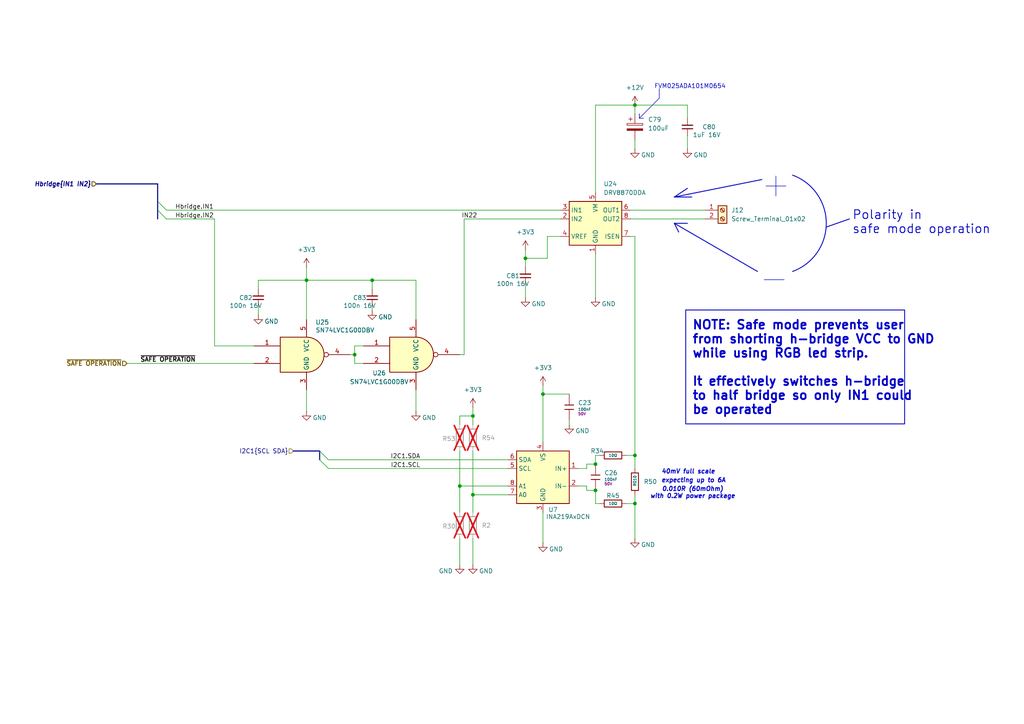
<source format=kicad_sch>
(kicad_sch (version 20231120) (generator "eeschema") (generator_version "8.0")
  (paper "A4")
  (title_block (date "2025-02-04") (rev "A") (company "Artem Horiunov") (comment 1 "DESIGNED IN POLAND"))
  (lib_symbols
    (symbol "74xGxx:SN74LVC1G00DBV"
      (property "Reference" "U" (at -5.08 7.62 0))
      (property "Value" "SN74LVC1G00DBV" (at 7.62 -7.62 0))
      (symbol "SN74LVC1G00DBV_0_1"
        (arc (start 0 -5.08) (mid 5.0579 0) (end 0 5.08) (stroke (width 0.254)) (fill (type background)))
        (polyline (pts (xy 0 -5.08) (xy -7.62 -5.08) (xy -7.62 5.08) (xy 0 5.08)) (stroke (width 0.254)) (fill (type background)))
      )
      (symbol "SN74LVC1G00DBV_1_1"
        (pin input line (at -15.24 2.54 0) (length 7.62) (name "~") (number "1"))
        (pin input line (at -15.24 -2.54 0) (length 7.62) (name "~") (number "2"))
        (pin power_in line (at 0 -10.16 90) (length 5.08) (name "GND") (number "3"))
        (pin output inverted (at 12.7 0 180) (length 7.62) (name "~") (number "4"))
        (pin power_in line (at 0 10.16 270) (length 5.08) (name "VCC") (number "5"))
      )
    )
    (symbol "Connector:Screw_Terminal_01x02" (pin_names (offset 1.016) hide)
      (property "Reference" "J" (at 0 2.54 0))
      (property "Value" "Screw_Terminal_01x02" (at 0 -5.08 0))
      (symbol "Screw_Terminal_01x02_1_1"
        (rectangle (start -1.27 1.27) (end 1.27 -3.81) (stroke (width 0.254)) (fill (type background)))
        (circle (center 0 -2.54) (radius 0.635) (stroke (width 0.1524)))
        (polyline (pts (xy -0.5334 -2.2098) (xy 0.3302 -3.048)) (stroke (width 0.1524)))
        (polyline (pts (xy -0.5334 0.3302) (xy 0.3302 -0.508)) (stroke (width 0.1524)))
        (polyline (pts (xy -0.3556 -2.032) (xy 0.508 -2.8702)) (stroke (width 0.1524)))
        (polyline (pts (xy -0.3556 0.508) (xy 0.508 -0.3302)) (stroke (width 0.1524)))
        (circle (center 0 0) (radius 0.635) (stroke (width 0.1524)))
        (pin passive line (at -5.08 0 0) (length 3.81) (name "Pin_1") (number "1"))
        (pin passive line (at -5.08 -2.54 0) (length 3.81) (name "Pin_2") (number "2"))
      )
    )
    (symbol "Device:C_Polarized" (pin_numbers hide) (pin_names (offset 0.254))
      (property "Reference" "C" (at 0.635 2.54 0))
      (property "Value" "C_Polarized" (at 0.635 -2.54 0))
      (symbol "C_Polarized_0_1"
        (rectangle (start -2.286 0.508) (end 2.286 1.016))
        (polyline (pts (xy -1.778 2.286) (xy -0.762 2.286)))
        (polyline (pts (xy -1.27 2.794) (xy -1.27 1.778)))
        (rectangle (start 2.286 -0.508) (end -2.286 -1.016) (fill (type outline)))
      )
      (symbol "C_Polarized_1_1"
        (pin passive line (at 0 3.81 270) (length 2.794) (name "~") (number "1"))
        (pin passive line (at 0 -3.81 90) (length 2.794) (name "~") (number "2"))
      )
    )
    (symbol "Device:C_Small" (pin_numbers hide) (pin_names (offset 0.254) hide)
      (property "Reference" "C" (at 0.254 1.778 0))
      (property "Value" "C_Small" (at 0.254 -2.032 0))
      (symbol "C_Small_0_1"
        (polyline (pts (xy -1.524 -0.508) (xy 1.524 -0.508)) (stroke (width 0.3302)))
        (polyline (pts (xy -1.524 0.508) (xy 1.524 0.508)) (stroke (width 0.3048)))
      )
      (symbol "C_Small_1_1"
        (pin passive line (at 0 2.54 270) (length 2.032) (name "~") (number "1"))
        (pin passive line (at 0 -2.54 90) (length 2.032) (name "~") (number "2"))
      )
    )
    (symbol "Driver_Motor:DRV8870DDA"
      (property "Reference" "U" (at -6.35 6.35 0))
      (property "Value" "DRV8870DDA" (at 8.89 6.35 0))
      (symbol "DRV8870DDA_0_1"
        (rectangle (start -7.62 5.08) (end 7.62 -7.62) (stroke (width 0.254)) (fill (type background)))
      )
      (symbol "DRV8870DDA_1_1"
        (pin power_in line (at 0 -10.16 90) (length 2.54) (name "GND") (number "1"))
        (pin input line (at -10.16 0 0) (length 2.54) (name "IN2") (number "2"))
        (pin input line (at -10.16 2.54 0) (length 2.54) (name "IN1") (number "3"))
        (pin input line (at -10.16 -5.08 0) (length 2.54) (name "VREF") (number "4"))
        (pin power_in line (at 0 7.62 270) (length 2.54) (name "VM") (number "5"))
        (pin output line (at 10.16 2.54 180) (length 2.54) (name "OUT1") (number "6"))
        (pin passive line (at 10.16 -5.08 180) (length 2.54) (name "ISEN") (number "7"))
        (pin output line (at 10.16 0 180) (length 2.54) (name "OUT2") (number "8"))
        (pin passive line (at 0 -10.16 90) (length 2.54) hide (name "GND") (number "9"))
      )
    )
    (symbol "PCM_JLCPCB-Capacitors:0402,100nF,(2)" (pin_numbers hide) (pin_names (offset 0))
      (property "Reference" "C" (at 2.032 1.668 0))
      (property "Value" "100nF" (at 2.032 -0.3782 0))
      (property "Voltage Rated" "50V" (at 2.032 -2.0462 0))
      (symbol "0402,100nF,(2)_0_1"
        (polyline (pts (xy -1.27 -0.635) (xy 1.27 -0.635)) (stroke (width 0.254)))
        (polyline (pts (xy -1.27 0.635) (xy 1.27 0.635)) (stroke (width 0.254)))
      )
      (symbol "0402,100nF,(2)_1_1"
        (pin passive line (at 0 3.81 270) (length 3.175) (name "~") (number "1"))
        (pin passive line (at 0 -3.81 90) (length 3.175) (name "~") (number "2"))
      )
    )
    (symbol "PCM_JLCPCB-Resistors:0402,0Ω" (pin_numbers hide) (pin_names (offset 0))
      (property "Reference" "R" (at 1.778 0 0))
      (property "Value" "0Ω" (at 0 0 90))
      (symbol "0402,0Ω_0_1"
        (rectangle (start -1.016 2.54) (end 1.016 -2.54) (stroke (width 0.254)))
      )
      (symbol "0402,0Ω_1_1"
        (pin passive line (at 0 3.81 270) (length 1.27) (name "~") (number "1"))
        (pin passive line (at 0 -3.81 90) (length 1.27) (name "~") (number "2"))
      )
    )
    (symbol "PCM_JLCPCB-Resistors:0402,10Ω" (pin_numbers hide) (pin_names (offset 0))
      (property "Reference" "R" (at 1.778 0 0))
      (property "Value" "10Ω" (at 0 0 90))
      (symbol "0402,10Ω_0_1"
        (rectangle (start -1.016 2.54) (end 1.016 -2.54) (stroke (width 0.254)))
      )
      (symbol "0402,10Ω_1_1"
        (pin passive line (at 0 3.81 270) (length 1.27) (name "~") (number "1"))
        (pin passive line (at 0 -3.81 90) (length 1.27) (name "~") (number "2"))
      )
    )
    (symbol "PCM_JLCPCB-Resistors:0805,2Ω" (pin_numbers hide) (pin_names (offset 0))
      (property "Reference" "R" (at 1.778 0 0))
      (property "Value" "2Ω" (at 0 0 90))
      (symbol "0805,2Ω_0_1"
        (rectangle (start -1.016 2.54) (end 1.016 -2.54) (stroke (width 0.254)))
      )
      (symbol "0805,2Ω_1_1"
        (pin passive line (at 0 3.81 270) (length 1.27) (name "~") (number "1"))
        (pin passive line (at 0 -3.81 90) (length 1.27) (name "~") (number "2"))
      )
    )
    (symbol "Sensor_Energy:INA219AxDCN"
      (property "Reference" "U" (at -6.35 8.89 0))
      (property "Value" "INA219AxDCN" (at 6.35 8.89 0))
      (symbol "INA219AxDCN_0_1"
        (rectangle (start -7.62 7.62) (end 7.62 -7.62) (stroke (width 0.254)) (fill (type background)))
      )
      (symbol "INA219AxDCN_1_1"
        (pin input line (at -10.16 2.54 0) (length 2.54) (name "IN+") (number "1"))
        (pin input line (at -10.16 -2.54 0) (length 2.54) (name "IN-") (number "2"))
        (pin power_in line (at 0 -10.16 90) (length 2.54) (name "GND") (number "3"))
        (pin power_in line (at 0 10.16 270) (length 2.54) (name "VS") (number "4"))
        (pin input line (at 10.16 2.54 180) (length 2.54) (name "SCL") (number "5"))
        (pin bidirectional line (at 10.16 5.08 180) (length 2.54) (name "SDA") (number "6"))
        (pin input line (at 10.16 -5.08 180) (length 2.54) (name "A0") (number "7"))
        (pin input line (at 10.16 -2.54 180) (length 2.54) (name "A1") (number "8"))
      )
    )
    (symbol "power:+12V" (power) (pin_numbers hide) (pin_names (offset 0) hide)
      (property "Value" "+12V" (at 0 3.556 0))
      (symbol "+12V_0_1"
        (polyline (pts (xy -0.762 1.27) (xy 0 2.54)))
        (polyline (pts (xy 0 0) (xy 0 2.54)))
        (polyline (pts (xy 0 2.54) (xy 0.762 1.27)))
      )
      (symbol "+12V_1_1"
        (pin power_in line (at 0 0 90) (length 0) (name "~") (number "1"))
      )
    )
    (symbol "power:+3V3" (power) (pin_numbers hide) (pin_names (offset 0) hide)
      (property "Value" "+3V3" (at 0 3.556 0))
      (symbol "+3V3_0_1"
        (polyline (pts (xy -0.762 1.27) (xy 0 2.54)))
        (polyline (pts (xy 0 0) (xy 0 2.54)))
        (polyline (pts (xy 0 2.54) (xy 0.762 1.27)))
      )
      (symbol "+3V3_1_1"
        (pin power_in line (at 0 0 90) (length 0) (name "~") (number "1"))
      )
    )
    (symbol "power:GND" (power) (pin_numbers hide) (pin_names (offset 0) hide)
      (property "Value" "GND" (at 0 -3.81 0))
      (symbol "GND_0_1"
        (polyline (pts (xy 0 0) (xy 0 -1.27) (xy 1.27 -1.27) (xy 0 -2.54) (xy -1.27 -1.27) (xy 0 -1.27)))
      )
      (symbol "GND_1_1"
        (pin power_in line (at 0 0 270) (length 0) (name "~") (number "1"))
      )
    )
  )
  (junction (at 157.48 114.3))
  (junction (at 133.35 140.97))
  (junction (at 172.72 142.24))
  (junction (at 152.4 74.93))
  (junction (at 184.15 30.48))
  (junction (at 88.9 81.28))
  (junction (at 184.15 146.05))
  (junction (at 172.72 134.62))
  (junction (at 137.16 143.51))
  (junction (at 107.95 81.28))
  (junction (at 102.87 102.87))
  (junction (at 184.15 132.08))
  (junction (at 137.16 120.65))
  (bus_entry (at 92.71 130.81) (size 2.54 2.54))
  (bus_entry (at 92.71 133.35) (size 2.54 2.54))
  (bus_entry (at 45.72 58.42) (size 2.54 2.54))
  (bus_entry (at 45.72 60.96) (size 2.54 2.54))
  (wire (pts (xy 184.15 30.48) (xy 184.15 33.02)))
  (wire (pts (xy 182.88 63.5) (xy 204.47 63.5)))
  (wire (pts (xy 62.23 100.33) (xy 73.66 100.33)))
  (wire (pts (xy 152.4 74.93) (xy 152.4 77.47)))
  (wire (pts (xy 167.64 140.97) (xy 170.18 140.97)))
  (wire (pts (xy 147.32 140.97) (xy 133.35 140.97)))
  (wire (pts (xy 173.99 146.05) (xy 172.72 146.05)))
  (wire (pts (xy 170.18 140.97) (xy 170.18 142.24)))
  (wire (pts (xy 181.61 132.08) (xy 184.15 132.08)))
  (wire (pts (xy 133.35 130.81) (xy 133.35 140.97)))
  (bus (pts (xy 45.72 58.42) (xy 45.72 60.96)))
  (wire (pts (xy 152.4 72.39) (xy 152.4 74.93)))
  (wire (pts (xy 172.72 146.05) (xy 172.72 142.24)))
  (wire (pts (xy 134.62 63.5) (xy 162.56 63.5)))
  (wire (pts (xy 88.9 113.03) (xy 88.9 119.38)))
  (wire (pts (xy 170.18 135.89) (xy 170.18 134.62)))
  (wire (pts (xy 170.18 142.24) (xy 172.72 142.24)))
  (wire (pts (xy 74.93 81.28) (xy 88.9 81.28)))
  (wire (pts (xy 102.87 102.87) (xy 102.87 105.41)))
  (polyline (pts (xy 195.58 64.77) (xy 196.85 67.31)) (stroke (width 0.254)))
  (wire (pts (xy 172.72 30.48) (xy 184.15 30.48)))
  (wire (pts (xy 158.75 74.93) (xy 152.4 74.93)))
  (polyline (pts (xy 185.42 33.02) (xy 185.42 34.29)))
  (wire (pts (xy 48.26 63.5) (xy 62.23 63.5)))
  (wire (pts (xy 172.72 55.88) (xy 172.72 30.48)))
  (wire (pts (xy 102.87 100.33) (xy 102.87 102.87)))
  (wire (pts (xy 133.35 123.19) (xy 133.35 120.65)))
  (wire (pts (xy 181.61 146.05) (xy 184.15 146.05)))
  (polyline (pts (xy 195.58 57.15) (xy 200.66 57.15)) (stroke (width 0.254)))
  (wire (pts (xy 88.9 81.28) (xy 88.9 92.71)))
  (bus (pts (xy 45.72 60.96) (xy 45.72 63.5)))
  (wire (pts (xy 199.39 30.48) (xy 199.39 34.29)))
  (wire (pts (xy 199.39 30.48) (xy 184.15 30.48)))
  (wire (pts (xy 184.15 40.64) (xy 184.15 43.18)))
  (wire (pts (xy 157.48 148.59) (xy 157.48 157.48)))
  (wire (pts (xy 152.4 82.55) (xy 152.4 86.36)))
  (polyline (pts (xy 191.2091 25.6946) (xy 191.2091 28.5009)))
  (wire (pts (xy 133.35 156.21) (xy 133.35 163.83)))
  (wire (pts (xy 137.16 130.81) (xy 137.16 143.51)))
  (wire (pts (xy 184.15 68.58) (xy 182.88 68.58)))
  (wire (pts (xy 107.95 81.28) (xy 107.95 83.82)))
  (polyline (pts (xy 195.58 64.77) (xy 199.39 64.77)) (stroke (width 0.254)))
  (wire (pts (xy 120.65 113.03) (xy 120.65 119.38)))
  (polyline (pts (xy 185.42 34.29) (xy 186.69 34.29)))
  (wire (pts (xy 48.26 60.96) (xy 162.56 60.96)))
  (wire (pts (xy 162.56 68.58) (xy 158.75 68.58)))
  (polyline (pts (xy 195.58 57.15) (xy 199.39 54.61)) (stroke (width 0.254)))
  (wire (pts (xy 95.25 135.89) (xy 147.32 135.89)))
  (polyline (pts (xy 185.42 33.02) (xy 185.42 34.29)))
  (wire (pts (xy 158.75 68.58) (xy 158.75 74.93)))
  (wire (pts (xy 182.88 60.96) (xy 204.47 60.96)))
  (polyline (pts (xy 191.2091 28.5009) (xy 185.42 34.29)))
  (wire (pts (xy 133.35 140.97) (xy 133.35 148.59)))
  (wire (pts (xy 172.72 73.66) (xy 172.72 86.36)))
  (wire (pts (xy 74.93 81.28) (xy 74.93 83.82)))
  (wire (pts (xy 107.95 81.28) (xy 120.65 81.28)))
  (wire (pts (xy 74.93 88.9) (xy 74.93 91.44)))
  (wire (pts (xy 137.16 143.51) (xy 137.16 148.59)))
  (wire (pts (xy 170.18 134.62) (xy 172.72 134.62)))
  (polyline (pts (xy 220.98 52.07) (xy 195.58 57.15)) (stroke (width 0.254)))
  (wire (pts (xy 172.72 132.08) (xy 172.72 134.62)))
  (wire (pts (xy 133.35 120.65) (xy 137.16 120.65)))
  (wire (pts (xy 95.25 133.35) (xy 147.32 133.35)))
  (polyline (pts (xy 195.58 64.77) (xy 219.71 78.74)) (stroke (width 0.254)))
  (wire (pts (xy 184.15 146.05) (xy 184.15 156.21)))
  (wire (pts (xy 134.62 102.87) (xy 134.62 63.5)))
  (wire (pts (xy 184.15 68.58) (xy 184.15 132.08)))
  (wire (pts (xy 147.32 143.51) (xy 137.16 143.51)))
  (wire (pts (xy 199.39 39.37) (xy 199.39 43.18)))
  (wire (pts (xy 157.48 111.76) (xy 157.48 114.3)))
  (wire (pts (xy 107.95 88.9) (xy 107.95 90.17)))
  (wire (pts (xy 88.9 77.47) (xy 88.9 81.28)))
  (wire (pts (xy 36.83 105.41) (xy 73.66 105.41)))
  (wire (pts (xy 137.16 156.21) (xy 137.16 163.83)))
  (wire (pts (xy 88.9 81.28) (xy 107.95 81.28)))
  (wire (pts (xy 184.15 143.51) (xy 184.15 146.05)))
  (bus (pts (xy 85.09 130.81) (xy 92.71 130.81)))
  (wire (pts (xy 167.64 135.89) (xy 170.18 135.89)))
  (wire (pts (xy 120.65 81.28) (xy 120.65 92.71)))
  (wire (pts (xy 165.1 114.3) (xy 157.48 114.3)))
  (wire (pts (xy 173.99 132.08) (xy 172.72 132.08)))
  (bus (pts (xy 27.94 53.34) (xy 45.72 53.34)))
  (wire (pts (xy 137.16 120.65) (xy 137.16 123.19)))
  (wire (pts (xy 62.23 63.5) (xy 62.23 100.33)))
  (wire (pts (xy 134.62 102.87) (xy 133.35 102.87)))
  (wire (pts (xy 101.6 102.87) (xy 102.87 102.87)))
  (wire (pts (xy 157.48 114.3) (xy 157.48 128.27)))
  (bus (pts (xy 45.72 53.34) (xy 45.72 58.42)))
  (bus (pts (xy 92.71 130.81) (xy 92.71 133.35)))
  (wire (pts (xy 137.16 118.11) (xy 137.16 120.65)))
  (wire (pts (xy 102.87 105.41) (xy 105.41 105.41)))
  (wire (pts (xy 105.41 100.33) (xy 102.87 100.33)))
  (wire (pts (xy 184.15 132.08) (xy 184.15 135.89)))
  (polyline (pts (xy 239.6666 65.8449) (xy 246.38 63.5)) (stroke (width 0.254)))
  (wire (pts (xy 165.1 121.92) (xy 165.1 123.19)))
  (arc (start 229.87 50.8) (mid 239.655 64.77) (end 229.87 78.74) (stroke (width 0.254)))
  (rectangle (start 198.882 89.916) (end 262.382 122.936) (stroke (width 0.254)))
  (text "-\n" (at 224.536 80.772 0) (effects (font (size 7.62 7.62))))
  (text "expecting up to 6A\n" (at 201.168 139.446 0) (effects (font (size 1.27 1.27) (bold yes) (italic yes))))
  (text "NOTE: Safe mode prevents user\nfrom shorting h-bridge VCC to GND\nwhile using RGB led strip.\n\nIt effectively switches h-bridge\nto half bridge so only IN1 could\nbe operated" (at 200.66 106.68 0) (effects (font (size 2.54 2.54) (bold yes)) (justify left)))
  (text "FVM025ADA101M0654" (at 200.152 25.146 0) (effects (font (size 1.27 1.27))))
  (text "0.010R (60mOhm)\nwith 0.2W power package" (at 200.914 143.002 0) (effects (font (size 1.27 1.27) (bold yes) (italic yes))))
  (text "40mV full scale" (at 199.644 136.906 0) (effects (font (size 1.27 1.27) (bold yes) (italic yes))))
  (text "Polarity in\nsafe mode operation\n" (at 247.142 64.516 0) (effects (font (size 2.54 2.54) (thickness 0.254) (bold yes)) (justify left)))
  (text "+" (at 225.044 53.594 0) (effects (font (size 7.62 7.62))))
  (label "~{SAFE OPERATION}" (at 40.64 105.41 0) (effects (font (bold yes))))
  (label "I2C1.SDA" (at 121.92 133.35 180))
  (label "I2C1.SCL" (at 121.92 135.89 180))
  (label "Hbridge.IN1" (at 50.8 60.96 0))
  (label "Hbridge.IN2" (at 50.8 63.5 0))
  (label "IN22" (at 138.43 63.5 180))
  (hierarchical_label "I2C1{SCL SDA}" (shape input) (at 85.09 130.81 180))
  (hierarchical_label "~{SAFE OPERATION}" (shape input) (at 36.83 105.41 180) (effects (font (bold yes))))
  (hierarchical_label "Hbridge{IN1 IN2}" (shape input) (at 27.94 53.34 180) (effects (font (bold yes) (italic yes))))
  (symbol (lib_id "power:GND") (at 184.15 156.21 0) (unit 1)
    (property "Reference" "#PWR0174" (effects (hide yes)))
    (property "Value" "GND" (at 187.96 157.988 0))
    (property "Description" "Power symbol creates a global label with name \"GND\" , ground" (effects (hide yes)))
    (instances (project "SimpleLedController" (path "" (reference "#PWR0174") (unit 1)) (path "" (reference "#PWR0186") (unit 1)) (path "" (reference "#PWR0198") (unit 1))))
  )
  (symbol (lib_id "power:GND") (at 172.72 86.36 0) (unit 1)
    (property "Reference" "#PWR0173" (effects (hide yes)))
    (property "Value" "GND" (at 176.53 88.138 0))
    (property "Description" "Power symbol creates a global label with name \"GND\" , ground" (effects (hide yes)))
    (instances (project "SimpleLedController" (path "" (reference "#PWR0173") (unit 1)) (path "" (reference "#PWR0185") (unit 1)) (path "" (reference "#PWR0197") (unit 1))))
  )
  (symbol (lib_id "Device:C_Small") (at 107.95 86.36 0) (mirror x) (unit 1)
    (property "Reference" "C83" (at 102.362 86.36 0) (effects (justify left)))
    (property "Value" "100n 16V" (at 99.568 88.646 0) (effects (justify left)))
    (property "Footprint" "Capacitor_SMD:C_0402_1005Metric" (effects (hide yes)))
    (property "Description" "Unpolarized capacitor, small symbol" (effects (hide yes)))
    (instances (project "SimpleLedController" (path "" (reference "C83") (unit 1)) (path "" (reference "C88") (unit 1)) (path "" (reference "C93") (unit 1))))
  )
  (symbol (lib_id "PCM_JLCPCB-Resistors:0402,0Ω") (at 133.35 127 0) (unit 1) (dnp yes)
    (property "Reference" "R53" (at 128.27 127.254 0) (effects (justify left)))
    (property "Value" "0Ω" (at 133.35 127 90) (effects (font (size 0.8 0.8))))
    (property "Footprint" "PCM_JLCPCB:R_0402" (effects (hide yes)))
    (property "Datasheet" "https://www.lcsc.com/datasheet/lcsc_datasheet_2206010216_UNI-ROYAL-Uniroyal-Elec-0402WGF0000TCE_C17168.pdf" (effects (hide yes)))
    (property "Description" "62.5mW Thick Film Resistors 50V ±800ppm/°C ±1% 0Ω 0402 Chip Resistor - Surface Mount ROHS" (effects (hide yes)))
    (property "LCSC" "C17168" (effects (hide yes)))
    (property "Stock" "5514860" (effects (hide yes)))
    (property "Price" "0.004USD" (effects (hide yes)))
    (property "Process" "SMT" (effects (hide yes)))
    (property "Minimum Qty" "20" (effects (hide yes)))
    (property "Attrition Qty" "10" (effects (hide yes)))
    (property "Class" "Basic Component" (effects (hide yes)))
    (property "Category" "Resistors,Chip Resistor - Surface Mount" (effects (hide yes)))
    (property "Manufacturer" "UNI-ROYAL(Uniroyal Elec)" (effects (hide yes)))
    (property "Part" "0402WGF0000TCE" (effects (hide yes)))
    (property "Resistance" "0Ω" (effects (hide yes)))
    (property "Power(Watts)" "62.5mW" (effects (hide yes)))
    (property "Type" "Thick Film Resistors" (effects (hide yes)))
    (property "Overload Voltage (Max)" "50V" (effects (hide yes)))
    (property "Operating Temperature Range" "-55°C~+155°C" (effects (hide yes)))
    (property "Tolerance" "±1%" (effects (hide yes)))
    (property "Temperature Coefficient" "±800ppm/°C" (effects (hide yes)))
    (instances (project "SimpleLedController" (path "" (reference "R53") (unit 1)) (path "" (reference "R55") (unit 1)) (path "" (reference "R57") (unit 1))))
  )
  (symbol (lib_id "power:GND") (at 133.35 163.83 0) (unit 1)
    (property "Reference" "#PWR061" (effects (hide yes)))
    (property "Value" "GND" (at 129.286 165.608 0))
    (property "Description" "Power symbol creates a global label with name \"GND\" , ground" (effects (hide yes)))
    (instances (project "SimpleLedController" (path "" (reference "#PWR061") (unit 1)) (path "" (reference "#PWR062") (unit 1)) (path "" (reference "#PWR063") (unit 1))))
  )
  (symbol (lib_id "Device:C_Small") (at 199.39 36.83 0) (mirror x) (unit 1)
    (property "Reference" "C80" (at 203.708 36.83 0) (effects (justify left)))
    (property "Value" "1uF 16V" (at 200.914 39.116 0) (effects (justify left)))
    (property "Footprint" "Capacitor_SMD:C_0402_1005Metric" (effects (hide yes)))
    (property "Description" "Unpolarized capacitor, small symbol" (effects (hide yes)))
    (instances (project "SimpleLedController" (path "" (reference "C80") (unit 1)) (path "" (reference "C85") (unit 1)) (path "" (reference "C90") (unit 1))))
  )
  (symbol (lib_id "74xGxx:SN74LVC1G00DBV") (at 120.65 102.87 0) (unit 1)
    (property "Reference" "U26" (at 109.982 108.204 0))
    (property "Value" "SN74LVC1G00DBV" (at 109.982 110.744 0))
    (property "Footprint" "Package_TO_SOT_SMD:SOT-23-5" (effects (hide yes)))
    (property "Datasheet" "http://www.ti.com/lit/ds/symlink/sn74lvc1g00.pdf" (effects (hide yes)))
    (property "Description" "Single NAND Gate, Low-Voltage CMOS, SOT-23" (effects (hide yes)))
    (instances (project "SimpleLedController" (path "" (reference "U26") (unit 1)) (path "" (reference "U29") (unit 1)) (path "" (reference "U32") (unit 1))))
  )
  (symbol (lib_id "PCM_JLCPCB-Resistors:0402,0Ω") (at 137.16 152.4 0) (unit 1) (dnp yes)
    (property "Reference" "R2" (at 139.7 152.4 0) (effects (justify left)))
    (property "Value" "0Ω" (at 137.16 152.4 90) (effects (font (size 0.8 0.8))))
    (property "Footprint" "PCM_JLCPCB:R_0402" (effects (hide yes)))
    (property "Datasheet" "https://www.lcsc.com/datasheet/lcsc_datasheet_2206010216_UNI-ROYAL-Uniroyal-Elec-0402WGF0000TCE_C17168.pdf" (effects (hide yes)))
    (property "Description" "62.5mW Thick Film Resistors 50V ±800ppm/°C ±1% 0Ω 0402 Chip Resistor - Surface Mount ROHS" (effects (hide yes)))
    (property "LCSC" "C17168" (effects (hide yes)))
    (property "Stock" "5514860" (effects (hide yes)))
    (property "Price" "0.004USD" (effects (hide yes)))
    (property "Process" "SMT" (effects (hide yes)))
    (property "Minimum Qty" "20" (effects (hide yes)))
    (property "Attrition Qty" "10" (effects (hide yes)))
    (property "Class" "Basic Component" (effects (hide yes)))
    (property "Category" "Resistors,Chip Resistor - Surface Mount" (effects (hide yes)))
    (property "Manufacturer" "UNI-ROYAL(Uniroyal Elec)" (effects (hide yes)))
    (property "Part" "0402WGF0000TCE" (effects (hide yes)))
    (property "Resistance" "0Ω" (effects (hide yes)))
    (property "Power(Watts)" "62.5mW" (effects (hide yes)))
    (property "Type" "Thick Film Resistors" (effects (hide yes)))
    (property "Overload Voltage (Max)" "50V" (effects (hide yes)))
    (property "Operating Temperature Range" "-55°C~+155°C" (effects (hide yes)))
    (property "Tolerance" "±1%" (effects (hide yes)))
    (property "Temperature Coefficient" "±800ppm/°C" (effects (hide yes)))
    (instances (project "" (path "" (reference "R2") (unit 1)) (path "" (reference "R27") (unit 1)) (path "" (reference "R29") (unit 1))))
  )
  (symbol (lib_id "power:GND") (at 184.15 43.18 0) (unit 1)
    (property "Reference" "#PWR0168" (effects (hide yes)))
    (property "Value" "GND" (at 187.96 44.958 0))
    (property "Description" "Power symbol creates a global label with name \"GND\" , ground" (effects (hide yes)))
    (instances (project "SimpleLedController" (path "" (reference "#PWR0168") (unit 1)) (path "" (reference "#PWR0180") (unit 1)) (path "" (reference "#PWR0192") (unit 1))))
  )
  (symbol (lib_id "PCM_JLCPCB-Resistors:0402,10Ω") (at 177.8 146.05 90) (unit 1)
    (property "Reference" "R45" (at 177.8 143.764 90))
    (property "Value" "10Ω" (at 177.8 146.05 90) (effects (font (size 0.8 0.8))))
    (property "Footprint" "PCM_JLCPCB:R_0402" (effects (hide yes)))
    (property "Datasheet" "https://www.lcsc.com/datasheet/lcsc_datasheet_2205311900_UNI-ROYAL-Uniroyal-Elec-0402WGF100JTCE_C25077.pdf" (effects (hide yes)))
    (property "Description" "62.5mW Thick Film Resistors 50V ±1% ±200ppm/°C 10Ω 0402 Chip Resistor - Surface Mount ROHS" (effects (hide yes)))
    (property "LCSC" "C25077" (effects (hide yes)))
    (property "Stock" "1971594" (effects (hide yes)))
    (property "Price" "0.004USD" (effects (hide yes)))
    (property "Process" "SMT" (effects (hide yes)))
    (property "Minimum Qty" "20" (effects (hide yes)))
    (property "Attrition Qty" "10" (effects (hide yes)))
    (property "Class" "Basic Component" (effects (hide yes)))
    (property "Category" "Resistors,Chip Resistor - Surface Mount" (effects (hide yes)))
    (property "Manufacturer" "UNI-ROYAL(Uniroyal Elec)" (effects (hide yes)))
    (property "Part" "0402WGF100JTCE" (effects (hide yes)))
    (property "Resistance" "10Ω" (effects (hide yes)))
    (property "Power(Watts)" "62.5mW" (effects (hide yes)))
    (property "Type" "Thick Film Resistors" (effects (hide yes)))
    (property "Overload Voltage (Max)" "50V" (effects (hide yes)))
    (property "Operating Temperature Range" "-55°C~+155°C" (effects (hide yes)))
    (property "Tolerance" "±1%" (effects (hide yes)))
    (property "Temperature Coefficient" "±200ppm/°C" (effects (hide yes)))
    (instances (project "SimpleLedController" (path "" (reference "R45") (unit 1)) (path "" (reference "R46") (unit 1)) (path "" (reference "R49") (unit 1))))
  )
  (symbol (lib_id "Sensor_Energy:INA219AxDCN") (at 157.48 138.43 0) (mirror y) (unit 1)
    (property "Reference" "U7" (at 161.798 147.828 0) (effects (justify left)))
    (property "Value" "INA219AxDCN" (at 171.196 149.86 0) (effects (justify left)))
    (property "Footprint" "Package_TO_SOT_SMD:SOT-23-8" (effects (hide yes)))
    (property "Datasheet" "http://www.ti.com/lit/ds/symlink/ina219.pdf" (effects (hide yes)))
    (property "Description" "Zero-Drift, Bidirectional Current/Power Monitor (0-26V) With I2C Interface, SOT-23-8" (effects (hide yes)))
    (instances (project "" (path "" (reference "U7") (unit 1)) (path "" (reference "U9") (unit 1)) (path "" (reference "U10") (unit 1))))
  )
  (symbol (lib_id "power:GND") (at 120.65 119.38 0) (unit 1)
    (property "Reference" "#PWR0178" (effects (hide yes)))
    (property "Value" "GND" (at 124.46 121.158 0))
    (property "Description" "Power symbol creates a global label with name \"GND\" , ground" (effects (hide yes)))
    (instances (project "SimpleLedController" (path "" (reference "#PWR0178") (unit 1)) (path "" (reference "#PWR0190") (unit 1)) (path "" (reference "#PWR0202") (unit 1))))
  )
  (symbol (lib_id "power:GND") (at 165.1 123.19 0) (unit 1)
    (property "Reference" "#PWR055" (effects (hide yes)))
    (property "Value" "GND" (at 168.91 124.968 0))
    (property "Description" "Power symbol creates a global label with name \"GND\" , ground" (effects (hide yes)))
    (instances (project "SimpleLedController" (path "" (reference "#PWR055") (unit 1)) (path "" (reference "#PWR056") (unit 1)) (path "" (reference "#PWR057") (unit 1))))
  )
  (symbol (lib_id "power:GND") (at 199.39 43.18 0) (unit 1)
    (property "Reference" "#PWR0169" (effects (hide yes)))
    (property "Value" "GND" (at 203.2 44.958 0))
    (property "Description" "Power symbol creates a global label with name \"GND\" , ground" (effects (hide yes)))
    (instances (project "SimpleLedController" (path "" (reference "#PWR0169") (unit 1)) (path "" (reference "#PWR0181") (unit 1)) (path "" (reference "#PWR0193") (unit 1))))
  )
  (symbol (lib_id "power:+3V3") (at 88.9 77.47 0) (unit 1)
    (property "Reference" "#PWR0171" (effects (hide yes)))
    (property "Value" "+3V3" (at 88.9 72.39 0))
    (property "Description" "Power symbol creates a global label with name \"+3V3\"" (effects (hide yes)))
    (instances (project "SimpleLedController" (path "" (reference "#PWR0171") (unit 1)) (path "" (reference "#PWR0183") (unit 1)) (path "" (reference "#PWR0195") (unit 1))))
  )
  (symbol (lib_id "PCM_JLCPCB-Capacitors:0402,100nF,(2)") (at 172.72 138.43 0) (unit 1)
    (property "Reference" "C26" (at 175.26 137.16 0) (effects (justify left)))
    (property "Value" "100nF" (at 175.26 139.065 0) (effects (font (size 0.8 0.8)) (justify left)))
    (property "Footprint" "PCM_JLCPCB:C_0402" (effects (hide yes)))
    (property "Datasheet" "https://www.lcsc.com/datasheet/lcsc_datasheet_2304140030_Samsung-Electro-Mechanics-CL05B104KB54PNC_C307331.pdf" (effects (hide yes)))
    (property "Description" "50V 100nF X7R ±10% 0402 Multilayer Ceramic Capacitors MLCC - SMD/SMT ROHS" (effects (hide yes)))
    (property "LCSC" "C307331" (effects (hide yes)))
    (property "Stock" "5358037" (effects (hide yes)))
    (property "Price" "0.008USD" (effects (hide yes)))
    (property "Process" "SMT" (effects (hide yes)))
    (property "Minimum Qty" "20" (effects (hide yes)))
    (property "Attrition Qty" "10" (effects (hide yes)))
    (property "Class" "Basic Component" (effects (hide yes)))
    (property "Category" "Capacitors,Multilayer Ceramic Capacitors MLCC - SMD/SMT" (effects (hide yes)))
    (property "Manufacturer" "Samsung Electro-Mechanics" (effects (hide yes)))
    (property "Part" "CL05B104KB54PNC" (effects (hide yes)))
    (property "Voltage Rated" "50V" (at 175.26 140.335 0) (effects (font (size 0.8 0.8)) (justify left)))
    (property "Tolerance" "±10%" (effects (hide yes)))
    (property "Capacitance" "100nF" (effects (hide yes)))
    (property "Temperature Coefficient" "X7R" (effects (hide yes)))
    (instances (project "SimpleLedController" (path "" (reference "C26") (unit 1)) (path "" (reference "C27") (unit 1)) (path "" (reference "C28") (unit 1))))
  )
  (symbol (lib_id "Device:C_Small") (at 74.93 86.36 0) (mirror x) (unit 1)
    (property "Reference" "C82" (at 69.342 86.36 0) (effects (justify left)))
    (property "Value" "100n 16V" (at 66.548 88.646 0) (effects (justify left)))
    (property "Footprint" "Capacitor_SMD:C_0402_1005Metric" (effects (hide yes)))
    (property "Description" "Unpolarized capacitor, small symbol" (effects (hide yes)))
    (instances (project "SimpleLedController" (path "" (reference "C82") (unit 1)) (path "" (reference "C87") (unit 1)) (path "" (reference "C92") (unit 1))))
  )
  (symbol (lib_id "Connector:Screw_Terminal_01x02") (at 209.55 60.96 0) (unit 1)
    (property "Reference" "J12" (at 212.09 60.96 0) (effects (justify left)))
    (property "Value" "Screw_Terminal_01x02" (at 212.09 63.5 0) (effects (justify left)))
    (property "Footprint" "TerminalBlock:TerminalBlock_Altech_AK300-2_P5.00mm" (effects (hide yes)))
    (property "Description" "Generic screw terminal, single row, 01x02, script generated (kicad-library-utils/schlib/autogen/connector/)" (effects (hide yes)))
    (instances (project "SimpleLedController" (path "" (reference "J12") (unit 1)) (path "" (reference "J13") (unit 1)) (path "" (reference "J14") (unit 1))))
  )
  (symbol (lib_id "Device:C_Small") (at 152.4 80.01 0) (mirror x) (unit 1)
    (property "Reference" "C81" (at 146.812 80.01 0) (effects (justify left)))
    (property "Value" "100n 16V" (at 144.018 82.296 0) (effects (justify left)))
    (property "Footprint" "Capacitor_SMD:C_0402_1005Metric" (effects (hide yes)))
    (property "Description" "Unpolarized capacitor, small symbol" (effects (hide yes)))
    (instances (project "SimpleLedController" (path "" (reference "C81") (unit 1)) (path "" (reference "C86") (unit 1)) (path "" (reference "C91") (unit 1))))
  )
  (symbol (lib_id "power:GND") (at 152.4 86.36 0) (unit 1)
    (property "Reference" "#PWR0172" (effects (hide yes)))
    (property "Value" "GND" (at 156.21 88.138 0))
    (property "Description" "Power symbol creates a global label with name \"GND\" , ground" (effects (hide yes)))
    (instances (project "SimpleLedController" (path "" (reference "#PWR0172") (unit 1)) (path "" (reference "#PWR0184") (unit 1)) (path "" (reference "#PWR0196") (unit 1))))
  )
  (symbol (lib_id "power:GND") (at 88.9 119.38 0) (unit 1)
    (property "Reference" "#PWR0177" (effects (hide yes)))
    (property "Value" "GND" (at 92.71 121.158 0))
    (property "Description" "Power symbol creates a global label with name \"GND\" , ground" (effects (hide yes)))
    (instances (project "SimpleLedController" (path "" (reference "#PWR0177") (unit 1)) (path "" (reference "#PWR0189") (unit 1)) (path "" (reference "#PWR0201") (unit 1))))
  )
  (symbol (lib_id "power:+3V3") (at 157.48 111.76 0) (unit 1)
    (property "Reference" "#PWR052" (effects (hide yes)))
    (property "Value" "+3V3" (at 157.48 106.68 0))
    (property "Description" "Power symbol creates a global label with name \"+3V3\"" (effects (hide yes)))
    (instances (project "SimpleLedController" (path "" (reference "#PWR052") (unit 1)) (path "" (reference "#PWR053") (unit 1)) (path "" (reference "#PWR054") (unit 1))))
  )
  (symbol (lib_id "74xGxx:SN74LVC1G00DBV") (at 88.9 102.87 0) (unit 1)
    (property "Reference" "U25" (at 93.472 93.472 0))
    (property "Value" "SN74LVC1G00DBV" (at 100.076 95.758 0))
    (property "Footprint" "Package_TO_SOT_SMD:SOT-23-5" (effects (hide yes)))
    (property "Datasheet" "http://www.ti.com/lit/ds/symlink/sn74lvc1g00.pdf" (effects (hide yes)))
    (property "Description" "Single NAND Gate, Low-Voltage CMOS, SOT-23" (effects (hide yes)))
    (instances (project "SimpleLedController" (path "" (reference "U25") (unit 1)) (path "" (reference "U28") (unit 1)) (path "" (reference "U31") (unit 1))))
  )
  (symbol (lib_id "PCM_JLCPCB-Resistors:0402,0Ω") (at 137.16 127 0) (unit 1) (dnp yes)
    (property "Reference" "R54" (at 139.7 127 0) (effects (justify left)))
    (property "Value" "0Ω" (at 137.16 127 90) (effects (font (size 0.8 0.8))))
    (property "Footprint" "PCM_JLCPCB:R_0402" (effects (hide yes)))
    (property "Datasheet" "https://www.lcsc.com/datasheet/lcsc_datasheet_2206010216_UNI-ROYAL-Uniroyal-Elec-0402WGF0000TCE_C17168.pdf" (effects (hide yes)))
    (property "Description" "62.5mW Thick Film Resistors 50V ±800ppm/°C ±1% 0Ω 0402 Chip Resistor - Surface Mount ROHS" (effects (hide yes)))
    (property "LCSC" "C17168" (effects (hide yes)))
    (property "Stock" "5514860" (effects (hide yes)))
    (property "Price" "0.004USD" (effects (hide yes)))
    (property "Process" "SMT" (effects (hide yes)))
    (property "Minimum Qty" "20" (effects (hide yes)))
    (property "Attrition Qty" "10" (effects (hide yes)))
    (property "Class" "Basic Component" (effects (hide yes)))
    (property "Category" "Resistors,Chip Resistor - Surface Mount" (effects (hide yes)))
    (property "Manufacturer" "UNI-ROYAL(Uniroyal Elec)" (effects (hide yes)))
    (property "Part" "0402WGF0000TCE" (effects (hide yes)))
    (property "Resistance" "0Ω" (effects (hide yes)))
    (property "Power(Watts)" "62.5mW" (effects (hide yes)))
    (property "Type" "Thick Film Resistors" (effects (hide yes)))
    (property "Overload Voltage (Max)" "50V" (effects (hide yes)))
    (property "Operating Temperature Range" "-55°C~+155°C" (effects (hide yes)))
    (property "Tolerance" "±1%" (effects (hide yes)))
    (property "Temperature Coefficient" "±800ppm/°C" (effects (hide yes)))
    (instances (project "SimpleLedController" (path "" (reference "R54") (unit 1)) (path "" (reference "R56") (unit 1)) (path "" (reference "R58") (unit 1))))
  )
  (symbol (lib_id "power:+3V3") (at 152.4 72.39 0) (unit 1)
    (property "Reference" "#PWR0170" (effects (hide yes)))
    (property "Value" "+3V3" (at 152.4 67.31 0))
    (property "Description" "Power symbol creates a global label with name \"+3V3\"" (effects (hide yes)))
    (instances (project "SimpleLedController" (path "" (reference "#PWR0170") (unit 1)) (path "" (reference "#PWR0182") (unit 1)) (path "" (reference "#PWR0194") (unit 1))))
  )
  (symbol (lib_id "Device:C_Polarized") (at 184.15 36.83 0) (unit 1)
    (property "Reference" "C79" (at 187.96 34.671 0) (effects (justify left)))
    (property "Value" "100uF" (at 187.96 37.211 0) (effects (justify left)))
    (property "Footprint" "Capacitor_SMD:CP_Elec_6.3x5.4" (effects (hide yes)))
    (property "Description" "Polarized capacitor" (effects (hide yes)))
    (instances (project "SimpleLedController" (path "" (reference "C79") (unit 1)) (path "" (reference "C84") (unit 1)) (path "" (reference "C89") (unit 1))))
  )
  (symbol (lib_id "power:GND") (at 74.93 91.44 0) (unit 1)
    (property "Reference" "#PWR0176" (effects (hide yes)))
    (property "Value" "GND" (at 78.74 93.218 0))
    (property "Description" "Power symbol creates a global label with name \"GND\" , ground" (effects (hide yes)))
    (instances (project "SimpleLedController" (path "" (reference "#PWR0176") (unit 1)) (path "" (reference "#PWR0188") (unit 1)) (path "" (reference "#PWR0200") (unit 1))))
  )
  (symbol (lib_id "PCM_JLCPCB-Resistors:0402,10Ω") (at 177.8 132.08 90) (unit 1)
    (property "Reference" "R34" (at 173.228 130.81 90))
    (property "Value" "10Ω" (at 177.8 132.08 90) (effects (font (size 0.8 0.8))))
    (property "Footprint" "PCM_JLCPCB:R_0402" (effects (hide yes)))
    (property "Datasheet" "https://www.lcsc.com/datasheet/lcsc_datasheet_2205311900_UNI-ROYAL-Uniroyal-Elec-0402WGF100JTCE_C25077.pdf" (effects (hide yes)))
    (property "Description" "62.5mW Thick Film Resistors 50V ±1% ±200ppm/°C 10Ω 0402 Chip Resistor - Surface Mount ROHS" (effects (hide yes)))
    (property "LCSC" "C25077" (effects (hide yes)))
    (property "Stock" "1971594" (effects (hide yes)))
    (property "Price" "0.004USD" (effects (hide yes)))
    (property "Process" "SMT" (effects (hide yes)))
    (property "Minimum Qty" "20" (effects (hide yes)))
    (property "Attrition Qty" "10" (effects (hide yes)))
    (property "Class" "Basic Component" (effects (hide yes)))
    (property "Category" "Resistors,Chip Resistor - Surface Mount" (effects (hide yes)))
    (property "Manufacturer" "UNI-ROYAL(Uniroyal Elec)" (effects (hide yes)))
    (property "Part" "0402WGF100JTCE" (effects (hide yes)))
    (property "Resistance" "10Ω" (effects (hide yes)))
    (property "Power(Watts)" "62.5mW" (effects (hide yes)))
    (property "Type" "Thick Film Resistors" (effects (hide yes)))
    (property "Overload Voltage (Max)" "50V" (effects (hide yes)))
    (property "Operating Temperature Range" "-55°C~+155°C" (effects (hide yes)))
    (property "Tolerance" "±1%" (effects (hide yes)))
    (property "Temperature Coefficient" "±200ppm/°C" (effects (hide yes)))
    (instances (project "" (path "" (reference "R34") (unit 1)) (path "" (reference "R37") (unit 1)) (path "" (reference "R38") (unit 1))))
  )
  (symbol (lib_id "PCM_JLCPCB-Resistors:0402,0Ω") (at 133.35 152.4 0) (unit 1) (dnp yes)
    (property "Reference" "R30" (at 128.27 152.654 0) (effects (justify left)))
    (property "Value" "0Ω" (at 133.35 152.4 90) (effects (font (size 0.8 0.8))))
    (property "Footprint" "PCM_JLCPCB:R_0402" (effects (hide yes)))
    (property "Datasheet" "https://www.lcsc.com/datasheet/lcsc_datasheet_2206010216_UNI-ROYAL-Uniroyal-Elec-0402WGF0000TCE_C17168.pdf" (effects (hide yes)))
    (property "Description" "62.5mW Thick Film Resistors 50V ±800ppm/°C ±1% 0Ω 0402 Chip Resistor - Surface Mount ROHS" (effects (hide yes)))
    (property "LCSC" "C17168" (effects (hide yes)))
    (property "Stock" "5514860" (effects (hide yes)))
    (property "Price" "0.004USD" (effects (hide yes)))
    (property "Process" "SMT" (effects (hide yes)))
    (property "Minimum Qty" "20" (effects (hide yes)))
    (property "Attrition Qty" "10" (effects (hide yes)))
    (property "Class" "Basic Component" (effects (hide yes)))
    (property "Category" "Resistors,Chip Resistor - Surface Mount" (effects (hide yes)))
    (property "Manufacturer" "UNI-ROYAL(Uniroyal Elec)" (effects (hide yes)))
    (property "Part" "0402WGF0000TCE" (effects (hide yes)))
    (property "Resistance" "0Ω" (effects (hide yes)))
    (property "Power(Watts)" "62.5mW" (effects (hide yes)))
    (property "Type" "Thick Film Resistors" (effects (hide yes)))
    (property "Overload Voltage (Max)" "50V" (effects (hide yes)))
    (property "Operating Temperature Range" "-55°C~+155°C" (effects (hide yes)))
    (property "Tolerance" "±1%" (effects (hide yes)))
    (property "Temperature Coefficient" "±800ppm/°C" (effects (hide yes)))
    (instances (project "SimpleLedController" (path "" (reference "R30") (unit 1)) (path "" (reference "R32") (unit 1)) (path "" (reference "R33") (unit 1))))
  )
  (symbol (lib_id "PCM_JLCPCB-Resistors:0805,2Ω") (at 184.15 139.7 0) (unit 1)
    (property "Reference" "R50" (at 186.69 139.7 0) (effects (justify left)))
    (property "Value" "R010" (at 184.15 139.446 90) (effects (font (size 0.8 0.8))))
    (property "Footprint" "PCM_JLCPCB:R_0805" (effects (hide yes)))
    (property "Datasheet" "https://www.lcsc.com/datasheet/lcsc_datasheet_2206010200_UNI-ROYAL-Uniroyal-Elec-0805W8F200KT5E_C17606.pdf" (effects (hide yes)))
    (property "Description" "RLM10FTSMR010" (effects (hide yes)))
    (property "LCSC" "C163089" (effects (hide yes)))
    (property "Stock" "239113" (effects (hide yes)))
    (property "Price" "0.0354 " (effects (hide yes)))
    (property "Process" "SMT" (effects (hide yes)))
    (property "Minimum Qty" "20" (effects (hide yes)))
    (property "Attrition Qty" "10" (effects (hide yes)))
    (property "Class" "Preferred Component" (effects (hide yes)))
    (property "Category" "Resistors,Chip Resistor - Surface Mount" (effects (hide yes)))
    (property "Manufacturer" "UNI-ROYAL(Uniroyal Elec)" (effects (hide yes)))
    (property "Part" "0805W8F200KT5E" (effects (hide yes)))
    (property "Resistance" "R010" (effects (hide yes)))
    (property "Power(Watts)" "500mW" (effects (hide yes)))
    (property "Type" "Aluminium Shunt" (effects (hide yes)))
    (property "Overload Voltage (Max)" "150V" (effects (hide yes)))
    (property "Operating Temperature Range" "-55°C~+155°C" (effects (hide yes)))
    (property "Tolerance" "±1%" (effects (hide yes)))
    (property "Temperature Coefficient" "±400ppm/°C" (effects (hide yes)))
    (instances (project "" (path "" (reference "R50") (unit 1)) (path "" (reference "R51") (unit 1)) (path "" (reference "R52") (unit 1))))
  )
  (symbol (lib_id "Driver_Motor:DRV8870DDA") (at 172.72 63.5 0) (unit 1)
    (property "Reference" "U24" (at 175.0434 53.34 0) (effects (justify left)))
    (property "Value" "DRV8870DDA" (at 175.0434 55.88 0) (effects (justify left)))
    (property "Footprint" "Package_SO:Texas_HTSOP-8-1EP_3.9x4.9mm_P1.27mm_EP2.95x4.9mm_Mask2.4x3.1mm_ThermalVias" (effects (hide yes)))
    (property "Datasheet" "http://www.ti.com/lit/ds/symlink/drv8870.pdf" (effects (hide yes)))
    (property "Description" "Brushed DC Motor Driver, PWM Control, 45V, 3.6A, Dynamic current limiting, HTSOP-8" (effects (hide yes)))
    (instances (project "SimpleLedController" (path "" (reference "U24") (unit 1)) (path "" (reference "U27") (unit 1)) (path "" (reference "U30") (unit 1))))
  )
  (symbol (lib_id "power:+12V") (at 184.15 30.48 0) (unit 1)
    (property "Reference" "#PWR0167" (effects (hide yes)))
    (property "Value" "+12V" (at 184.15 25.4 0))
    (property "Description" "Power symbol creates a global label with name \"+12V\"" (effects (hide yes)))
    (instances (project "SimpleLedController" (path "" (reference "#PWR0167") (unit 1)) (path "" (reference "#PWR0179") (unit 1)) (path "" (reference "#PWR0191") (unit 1))))
  )
  (symbol (lib_id "power:GND") (at 137.16 163.83 0) (unit 1)
    (property "Reference" "#PWR058" (effects (hide yes)))
    (property "Value" "GND" (at 140.97 165.608 0))
    (property "Description" "Power symbol creates a global label with name \"GND\" , ground" (effects (hide yes)))
    (instances (project "SimpleLedController" (path "" (reference "#PWR058") (unit 1)) (path "" (reference "#PWR059") (unit 1)) (path "" (reference "#PWR060") (unit 1))))
  )
  (symbol (lib_id "power:GND") (at 157.48 157.48 0) (unit 1)
    (property "Reference" "#PWR049" (effects (hide yes)))
    (property "Value" "GND" (at 161.29 159.258 0))
    (property "Description" "Power symbol creates a global label with name \"GND\" , ground" (effects (hide yes)))
    (instances (project "SimpleLedController" (path "" (reference "#PWR049") (unit 1)) (path "" (reference "#PWR050") (unit 1)) (path "" (reference "#PWR064") (unit 1))))
  )
  (symbol (lib_id "PCM_JLCPCB-Capacitors:0402,100nF,(2)") (at 165.1 118.11 0) (unit 1)
    (property "Reference" "C23" (at 167.64 116.84 0) (effects (justify left)))
    (property "Value" "100nF" (at 167.64 118.745 0) (effects (font (size 0.8 0.8)) (justify left)))
    (property "Footprint" "PCM_JLCPCB:C_0402" (effects (hide yes)))
    (property "Datasheet" "https://www.lcsc.com/datasheet/lcsc_datasheet_2304140030_Samsung-Electro-Mechanics-CL05B104KB54PNC_C307331.pdf" (effects (hide yes)))
    (property "Description" "50V 100nF X7R ±10% 0402 Multilayer Ceramic Capacitors MLCC - SMD/SMT ROHS" (effects (hide yes)))
    (property "LCSC" "C307331" (effects (hide yes)))
    (property "Stock" "5358037" (effects (hide yes)))
    (property "Price" "0.008USD" (effects (hide yes)))
    (property "Process" "SMT" (effects (hide yes)))
    (property "Minimum Qty" "20" (effects (hide yes)))
    (property "Attrition Qty" "10" (effects (hide yes)))
    (property "Class" "Basic Component" (effects (hide yes)))
    (property "Category" "Capacitors,Multilayer Ceramic Capacitors MLCC - SMD/SMT" (effects (hide yes)))
    (property "Manufacturer" "Samsung Electro-Mechanics" (effects (hide yes)))
    (property "Part" "CL05B104KB54PNC" (effects (hide yes)))
    (property "Voltage Rated" "50V" (at 167.64 120.015 0) (effects (font (size 0.8 0.8)) (justify left)))
    (property "Tolerance" "±10%" (effects (hide yes)))
    (property "Capacitance" "100nF" (effects (hide yes)))
    (property "Temperature Coefficient" "X7R" (effects (hide yes)))
    (instances (project "" (path "" (reference "C23") (unit 1)) (path "" (reference "C24") (unit 1)) (path "" (reference "C25") (unit 1))))
  )
  (symbol (lib_id "power:+3V3") (at 137.16 118.11 0) (unit 1)
    (property "Reference" "#PWR065" (effects (hide yes)))
    (property "Value" "+3V3" (at 137.16 113.03 0))
    (property "Description" "Power symbol creates a global label with name \"+3V3\"" (effects (hide yes)))
    (instances (project "SimpleLedController" (path "" (reference "#PWR065") (unit 1)) (path "" (reference "#PWR066") (unit 1)) (path "" (reference "#PWR067") (unit 1))))
  )
  (symbol (lib_id "power:GND") (at 107.95 90.17 0) (unit 1)
    (property "Reference" "#PWR0175" (effects (hide yes)))
    (property "Value" "GND" (at 111.76 91.948 0))
    (property "Description" "Power symbol creates a global label with name \"GND\" , ground" (effects (hide yes)))
    (instances (project "SimpleLedController" (path "" (reference "#PWR0175") (unit 1)) (path "" (reference "#PWR0187") (unit 1)) (path "" (reference "#PWR0199") (unit 1))))
  )
)
</source>
